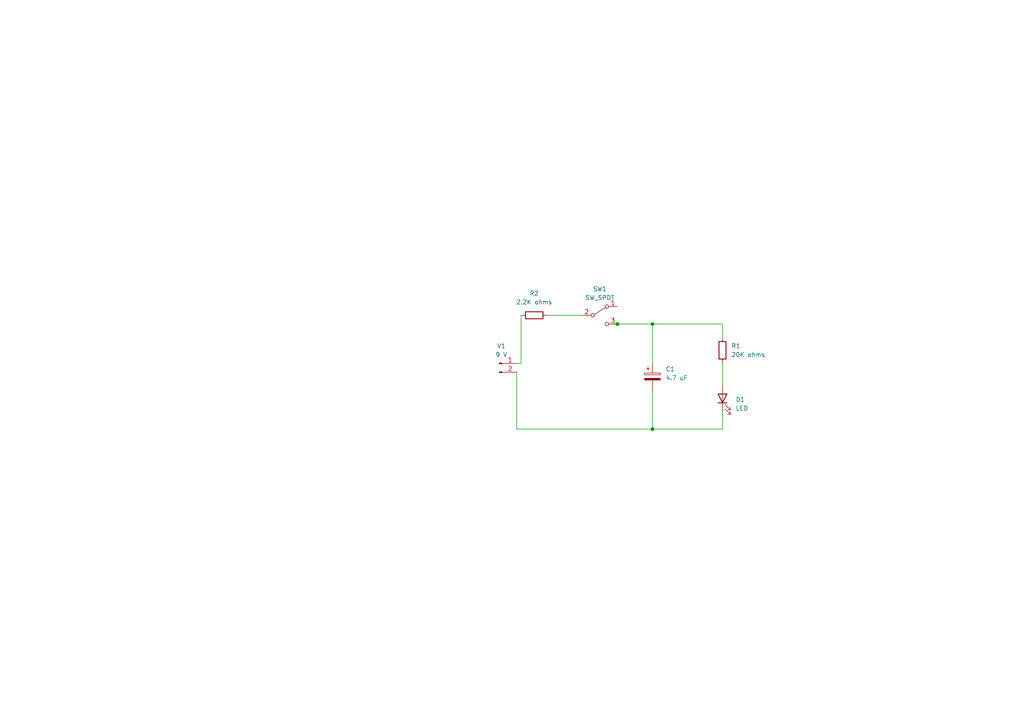
<source format=kicad_sch>
(kicad_sch (version 20211123) (generator eeschema)
  (paper "A4")
  (lib_symbols
    (symbol "Connector:Conn_01x02_Male" (pin_names (offset 1.016) hide)
      (property "Reference" "J" (at 0 2.54 0))
      (property "Value" "Conn_01x02_Male" (at 0 -5.08 0))
      (symbol "Conn_01x02_Male_1_1"
        (polyline (pts (xy 1.27 -2.54) (xy 0.8636 -2.54)) (stroke (width 0.1524)))
        (polyline (pts (xy 1.27 0) (xy 0.8636 0)) (stroke (width 0.1524)))
        (rectangle (start 0.8636 -2.413) (end 0 -2.667) (stroke (width 0.1524)) (fill (type outline)))
        (rectangle (start 0.8636 0.127) (end 0 -0.127) (stroke (width 0.1524)) (fill (type outline)))
        (pin passive line (at 5.08 0 180) (length 3.81) (name "Pin_1") (number "1"))
        (pin passive line (at 5.08 -2.54 180) (length 3.81) (name "Pin_2") (number "2"))
      )
    )
    (symbol "Device:C_Polarized" (pin_numbers hide) (pin_names (offset 0.254))
      (property "Reference" "C" (at 0.635 2.54 0))
      (property "Value" "C_Polarized" (at 0.635 -2.54 0))
      (symbol "C_Polarized_0_1"
        (rectangle (start -2.286 0.508) (end 2.286 1.016))
        (polyline (pts (xy -1.778 2.286) (xy -0.762 2.286)))
        (polyline (pts (xy -1.27 2.794) (xy -1.27 1.778)))
        (rectangle (start 2.286 -0.508) (end -2.286 -1.016) (fill (type outline)))
      )
      (symbol "C_Polarized_1_1"
        (pin passive line (at 0 3.81 270) (length 2.794) (name "~") (number "1"))
        (pin passive line (at 0 -3.81 90) (length 2.794) (name "~") (number "2"))
      )
    )
    (symbol "Device:LED" (pin_numbers hide) (pin_names (offset 1.016) hide)
      (property "Reference" "D" (at 0 2.54 0))
      (property "Value" "LED" (at 0 -2.54 0))
      (symbol "LED_0_1"
        (polyline (pts (xy -1.27 -1.27) (xy -1.27 1.27)) (stroke (width 0.254)))
        (polyline (pts (xy -1.27 0) (xy 1.27 0)))
        (polyline (pts (xy 1.27 -1.27) (xy 1.27 1.27) (xy -1.27 0) (xy 1.27 -1.27)) (stroke (width 0.254)))
        (polyline (pts (xy -3.048 -0.762) (xy -4.572 -2.286) (xy -3.81 -2.286) (xy -4.572 -2.286) (xy -4.572 -1.524)))
        (polyline (pts (xy -1.778 -0.762) (xy -3.302 -2.286) (xy -2.54 -2.286) (xy -3.302 -2.286) (xy -3.302 -1.524)))
      )
      (symbol "LED_1_1"
        (pin passive line (at -3.81 0 0) (length 2.54) (name "K") (number "1"))
        (pin passive line (at 3.81 0 180) (length 2.54) (name "A") (number "2"))
      )
    )
    (symbol "Device:R" (pin_numbers hide) (pin_names (offset 0))
      (property "Reference" "R" (at 2.032 0 90))
      (property "Value" "R" (at 0 0 90))
      (symbol "R_0_1"
        (rectangle (start -1.016 -2.54) (end 1.016 2.54) (stroke (width 0.254)))
      )
      (symbol "R_1_1"
        (pin passive line (at 0 3.81 270) (length 1.27) (name "~") (number "1"))
        (pin passive line (at 0 -3.81 90) (length 1.27) (name "~") (number "2"))
      )
    )
    (symbol "Switch:SW_SPDT" (pin_names (offset 0) hide)
      (property "Reference" "SW" (at 0 4.318 0))
      (property "Value" "SW_SPDT" (at 0 -5.08 0))
      (symbol "SW_SPDT_0_0"
        (circle (center -2.032 0) (radius 0.508))
        (circle (center 2.032 -2.54) (radius 0.508))
      )
      (symbol "SW_SPDT_0_1"
        (polyline (pts (xy -1.524 0.254) (xy 1.651 2.286)))
        (circle (center 2.032 2.54) (radius 0.508))
      )
      (symbol "SW_SPDT_1_1"
        (pin passive line (at 5.08 2.54 180) (length 2.54) (name "A") (number "1"))
        (pin passive line (at -5.08 0 0) (length 2.54) (name "B") (number "2"))
        (pin passive line (at 5.08 -2.54 180) (length 2.54) (name "C") (number "3"))
      )
    )
  )
  (junction (at 189.23 93.98))
  (junction (at 179.07 93.98))
  (junction (at 189.23 124.46))
  (wire (pts (xy 149.86 124.46) (xy 189.23 124.46)))
  (wire (pts (xy 177.8 93.98) (xy 179.07 93.98)))
  (wire (pts (xy 189.23 113.03) (xy 189.23 124.46)))
  (wire (pts (xy 209.55 124.46) (xy 189.23 124.46)))
  (wire (pts (xy 151.13 91.44) (xy 151.13 105.41)))
  (wire (pts (xy 209.55 119.38) (xy 209.55 124.46)))
  (wire (pts (xy 158.75 91.44) (xy 168.91 91.44)))
  (wire (pts (xy 209.55 93.98) (xy 189.23 93.98)))
  (wire (pts (xy 179.07 93.98) (xy 189.23 93.98)))
  (wire (pts (xy 151.13 105.41) (xy 149.86 105.41)))
  (wire (pts (xy 209.55 97.79) (xy 209.55 93.98)))
  (wire (pts (xy 149.86 107.95) (xy 149.86 124.46)))
  (wire (pts (xy 189.23 105.41) (xy 189.23 93.98)))
  (wire (pts (xy 209.55 105.41) (xy 209.55 111.76)))
  (symbol (lib_id "Device:C_Polarized") (at 189.23 109.22 0) (unit 1)
    (property "Reference" "C1" (at 193.04 107.0609 0) (effects (justify left)))
    (property "Value" "4.7 uF" (at 193.04 109.6009 0) (effects (justify left)))
  )
  (symbol (lib_id "Device:R") (at 209.55 101.6 0) (unit 1)
    (property "Reference" "R1" (at 212.09 100.3299 0) (effects (justify left)))
    (property "Value" "20K ohms" (at 212.09 102.8699 0) (effects (justify left)))
  )
  (symbol (lib_id "Connector:Conn_01x02_Male") (at 144.78 105.41 0) (unit 1)
    (property "Reference" "V1" (at 145.415 100.33 0))
    (property "Value" "9 V" (at 145.415 102.87 0))
  )
  (symbol (lib_id "Device:LED") (at 209.55 115.57 90) (unit 1)
    (property "Reference" "D1" (at 213.36 115.8874 90) (effects (justify right)))
    (property "Value" "LED" (at 213.36 118.4274 90) (effects (justify right)))
  )
  (symbol (lib_id "Device:R") (at 154.94 91.44 90) (unit 1)
    (property "Reference" "R2" (at 154.94 85.09 90))
    (property "Value" "2.2K ohms" (at 154.94 87.63 90))
  )
  (symbol (lib_id "Switch:SW_SPDT") (at 173.99 91.44 0) (unit 1)
    (property "Reference" "SW1" (at 173.99 83.82 0))
    (property "Value" "SW_SPDT" (at 173.99 86.36 0))
  )
)
</source>
